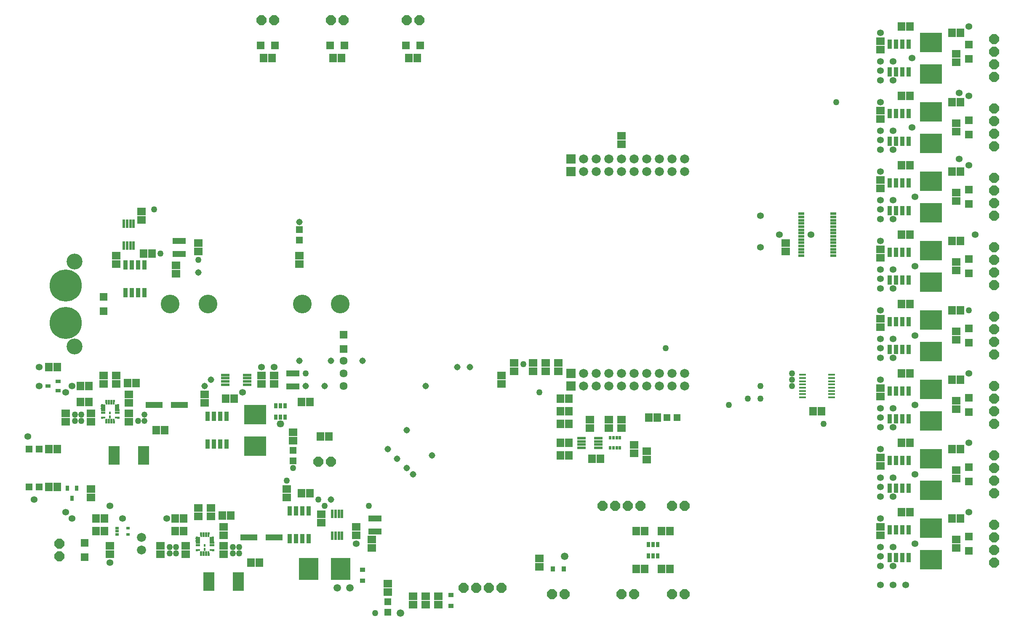
<source format=gts>
G75*
%MOIN*%
%OFA0B0*%
%FSLAX25Y25*%
%IPPOS*%
%LPD*%
%AMOC8*
5,1,8,0,0,1.08239X$1,22.5*
%
%ADD10R,0.02454X0.06509*%
%ADD11R,0.05524X0.05524*%
%ADD12OC8,0.07924*%
%ADD13C,0.00300*%
%ADD14R,0.02572X0.05131*%
%ADD15R,0.02769X0.03950*%
%ADD16R,0.06509X0.02454*%
%ADD17R,0.02178X0.02769*%
%ADD18R,0.06706X0.05918*%
%ADD19R,0.05918X0.06706*%
%ADD20R,0.13398X0.04737*%
%ADD21R,0.07099X0.01981*%
%ADD22C,0.07200*%
%ADD23C,0.12600*%
%ADD24C,0.25469*%
%ADD25R,0.08674X0.14580*%
%ADD26R,0.05315X0.01772*%
%ADD27R,0.04068X0.03280*%
%ADD28R,0.03280X0.04068*%
%ADD29R,0.03950X0.03162*%
%ADD30R,0.06312X0.05918*%
%ADD31R,0.03359X0.07690*%
%ADD32R,0.17500X0.15800*%
%ADD33R,0.07200X0.07200*%
%ADD34R,0.05918X0.06312*%
%ADD35R,0.15800X0.17500*%
%ADD36R,0.03162X0.01981*%
%ADD37C,0.14800*%
%ADD38R,0.03162X0.03950*%
%ADD39R,0.04737X0.01981*%
%ADD40C,0.05359*%
%ADD41C,0.05753*%
%ADD42C,0.04965*%
%ADD43C,0.05950*%
%ADD44C,0.05162*%
%ADD45C,0.06343*%
%ADD46C,0.04900*%
D10*
X0286848Y0747569D03*
X0289407Y0747569D03*
X0291966Y0747569D03*
X0294525Y0747569D03*
X0294525Y0764892D03*
X0291966Y0764892D03*
X0289407Y0764892D03*
X0286848Y0764892D03*
X0129525Y0977569D03*
X0126966Y0977569D03*
X0124407Y0977569D03*
X0121848Y0977569D03*
X0121848Y0994892D03*
X0124407Y0994892D03*
X0126966Y0994892D03*
X0129525Y0994892D03*
D11*
X0260686Y0990364D03*
X0260686Y0982097D03*
X0255686Y0815364D03*
X0255686Y0807097D03*
X0330686Y0695364D03*
X0330686Y0687097D03*
X0551552Y0841230D03*
X0559820Y0841230D03*
X0054820Y0816230D03*
X0046552Y0816230D03*
X0046552Y0786230D03*
X0054820Y0786230D03*
D12*
X0070686Y0741230D03*
X0070686Y0731230D03*
X0275686Y0806230D03*
X0285686Y0806230D03*
X0390686Y0706230D03*
X0400686Y0706230D03*
X0410686Y0706230D03*
X0420686Y0706230D03*
X0460686Y0701230D03*
X0470686Y0701230D03*
X0515686Y0701230D03*
X0525686Y0701230D03*
X0555686Y0701230D03*
X0565686Y0701230D03*
X0565686Y0771230D03*
X0555686Y0771230D03*
X0530686Y0771230D03*
X0520686Y0771230D03*
X0510686Y0771230D03*
X0500686Y0771230D03*
X0810686Y0781230D03*
X0810686Y0791230D03*
X0810686Y0801230D03*
X0810686Y0811230D03*
X0810686Y0836230D03*
X0810686Y0846230D03*
X0810686Y0856230D03*
X0810686Y0866230D03*
X0810686Y0891230D03*
X0810686Y0901230D03*
X0810686Y0911230D03*
X0810686Y0921230D03*
X0810686Y0946230D03*
X0810686Y0956230D03*
X0810686Y0966230D03*
X0810686Y0976230D03*
X0810686Y1001230D03*
X0810686Y1011230D03*
X0810686Y1021230D03*
X0810686Y1031230D03*
X0810686Y1056230D03*
X0810686Y1066230D03*
X0810686Y1076230D03*
X0810686Y1086230D03*
X0810686Y1111230D03*
X0810686Y1121230D03*
X0810686Y1131230D03*
X0810686Y1141230D03*
X0810686Y0756230D03*
X0810686Y0746230D03*
X0810686Y0736230D03*
X0810686Y0726230D03*
X0355686Y1156230D03*
X0345686Y1156230D03*
X0295686Y1156230D03*
X0285686Y1156230D03*
X0240686Y1156230D03*
X0230686Y1156230D03*
D13*
X0114300Y0855344D02*
X0112873Y0855364D01*
X0112873Y0852119D01*
X0114085Y0852113D01*
X0114300Y0855344D01*
X0114295Y0855262D02*
X0112873Y0855262D01*
X0112873Y0854964D02*
X0114275Y0854964D01*
X0114255Y0854665D02*
X0112873Y0854665D01*
X0112873Y0854367D02*
X0114235Y0854367D01*
X0114215Y0854068D02*
X0112873Y0854068D01*
X0112873Y0853770D02*
X0114195Y0853770D01*
X0114175Y0853471D02*
X0112873Y0853471D01*
X0112873Y0853173D02*
X0114155Y0853173D01*
X0114135Y0852874D02*
X0112873Y0852874D01*
X0112873Y0852576D02*
X0114115Y0852576D01*
X0114096Y0852277D02*
X0112873Y0852277D01*
X0112394Y0852277D02*
X0110966Y0852277D01*
X0110966Y0852119D02*
X0112394Y0852099D01*
X0112394Y0855344D01*
X0110966Y0855364D01*
X0110966Y0852119D01*
X0110966Y0852576D02*
X0112394Y0852576D01*
X0112394Y0852874D02*
X0110966Y0852874D01*
X0110966Y0853173D02*
X0112394Y0853173D01*
X0112394Y0853471D02*
X0110966Y0853471D01*
X0110966Y0853770D02*
X0112394Y0853770D01*
X0112394Y0854068D02*
X0110966Y0854068D01*
X0110966Y0854367D02*
X0112394Y0854367D01*
X0112394Y0854665D02*
X0110966Y0854665D01*
X0110966Y0854964D02*
X0112394Y0854964D01*
X0112394Y0855262D02*
X0110966Y0855262D01*
X0110404Y0855262D02*
X0108977Y0855262D01*
X0108977Y0855364D02*
X0108977Y0852119D01*
X0110404Y0852099D01*
X0110404Y0855344D01*
X0108977Y0855364D01*
X0108977Y0854964D02*
X0110404Y0854964D01*
X0110404Y0854665D02*
X0108977Y0854665D01*
X0108977Y0854367D02*
X0110404Y0854367D01*
X0110404Y0854068D02*
X0108977Y0854068D01*
X0108977Y0853770D02*
X0110404Y0853770D01*
X0110404Y0853471D02*
X0108977Y0853471D01*
X0108977Y0853173D02*
X0110404Y0853173D01*
X0110404Y0852874D02*
X0108977Y0852874D01*
X0108977Y0852576D02*
X0110404Y0852576D01*
X0110404Y0852277D02*
X0108977Y0852277D01*
X0108456Y0852277D02*
X0107243Y0852277D01*
X0107253Y0852144D02*
X0108456Y0852099D01*
X0108456Y0855344D01*
X0107029Y0855364D01*
X0107253Y0852144D01*
X0107223Y0852576D02*
X0108456Y0852576D01*
X0108456Y0852874D02*
X0107202Y0852874D01*
X0107181Y0853173D02*
X0108456Y0853173D01*
X0108456Y0853471D02*
X0107160Y0853471D01*
X0107140Y0853770D02*
X0108456Y0853770D01*
X0108456Y0854068D02*
X0107119Y0854068D01*
X0107098Y0854367D02*
X0108456Y0854367D01*
X0108456Y0854665D02*
X0107077Y0854665D01*
X0107057Y0854964D02*
X0108456Y0854964D01*
X0108456Y0855262D02*
X0107036Y0855262D01*
X0106800Y0851597D02*
X0106780Y0850443D01*
X0103535Y0850443D01*
X0103555Y0851870D01*
X0106800Y0851597D01*
X0106796Y0851382D02*
X0103548Y0851382D01*
X0103552Y0851680D02*
X0105809Y0851680D01*
X0106791Y0851083D02*
X0103544Y0851083D01*
X0103539Y0850785D02*
X0106786Y0850785D01*
X0106781Y0850486D02*
X0103535Y0850486D01*
X0103554Y0849903D02*
X0103534Y0848476D01*
X0106780Y0848476D01*
X0106799Y0849903D01*
X0103554Y0849903D01*
X0103554Y0849889D02*
X0106799Y0849889D01*
X0106795Y0849591D02*
X0103550Y0849591D01*
X0103545Y0849292D02*
X0106791Y0849292D01*
X0106787Y0848994D02*
X0103541Y0848994D01*
X0103537Y0848695D02*
X0106783Y0848695D01*
X0106841Y0847936D02*
X0106821Y0846509D01*
X0103575Y0846509D01*
X0103595Y0847936D01*
X0106841Y0847936D01*
X0106839Y0847800D02*
X0103593Y0847800D01*
X0103589Y0847501D02*
X0106835Y0847501D01*
X0106830Y0847203D02*
X0103585Y0847203D01*
X0103581Y0846904D02*
X0106826Y0846904D01*
X0106822Y0846606D02*
X0103577Y0846606D01*
X0103576Y0845949D02*
X0103556Y0844521D01*
X0106801Y0844521D01*
X0106821Y0845949D01*
X0103576Y0845949D01*
X0103572Y0845710D02*
X0106818Y0845710D01*
X0106813Y0845412D02*
X0103568Y0845412D01*
X0103564Y0845113D02*
X0106809Y0845113D01*
X0106805Y0844815D02*
X0103560Y0844815D01*
X0103596Y0842036D02*
X0103576Y0840609D01*
X0106821Y0840882D01*
X0106841Y0842036D01*
X0103596Y0842036D01*
X0103593Y0841829D02*
X0106837Y0841829D01*
X0106832Y0841531D02*
X0103588Y0841531D01*
X0103584Y0841232D02*
X0106827Y0841232D01*
X0106822Y0840934D02*
X0103580Y0840934D01*
X0103576Y0840635D02*
X0103894Y0840635D01*
X0107206Y0840333D02*
X0107031Y0837113D01*
X0108459Y0837093D01*
X0108459Y0840338D01*
X0107206Y0840333D01*
X0107190Y0840038D02*
X0108459Y0840038D01*
X0108459Y0839740D02*
X0107174Y0839740D01*
X0107157Y0839441D02*
X0108459Y0839441D01*
X0108459Y0839143D02*
X0107141Y0839143D01*
X0107125Y0838844D02*
X0108459Y0838844D01*
X0108459Y0838546D02*
X0107109Y0838546D01*
X0107093Y0838247D02*
X0108459Y0838247D01*
X0108459Y0837949D02*
X0107077Y0837949D01*
X0107061Y0837650D02*
X0108459Y0837650D01*
X0108459Y0837352D02*
X0107044Y0837352D01*
X0108984Y0837352D02*
X0110411Y0837352D01*
X0110411Y0837103D02*
X0108984Y0837123D01*
X0108984Y0840369D01*
X0110411Y0840349D01*
X0110411Y0837103D01*
X0110411Y0837650D02*
X0108984Y0837650D01*
X0108984Y0837949D02*
X0110411Y0837949D01*
X0110411Y0838247D02*
X0108984Y0838247D01*
X0108984Y0838546D02*
X0110411Y0838546D01*
X0110411Y0838844D02*
X0108984Y0838844D01*
X0108984Y0839143D02*
X0110411Y0839143D01*
X0110411Y0839441D02*
X0108984Y0839441D01*
X0108984Y0839740D02*
X0110411Y0839740D01*
X0110411Y0840038D02*
X0108984Y0840038D01*
X0108984Y0840337D02*
X0110411Y0840337D01*
X0110987Y0840337D02*
X0112414Y0840337D01*
X0112414Y0840375D02*
X0110987Y0840395D01*
X0110987Y0837150D01*
X0112414Y0837130D01*
X0112414Y0840375D01*
X0112414Y0840038D02*
X0110987Y0840038D01*
X0110987Y0839740D02*
X0112414Y0839740D01*
X0112414Y0839441D02*
X0110987Y0839441D01*
X0110987Y0839143D02*
X0112414Y0839143D01*
X0112414Y0838844D02*
X0110987Y0838844D01*
X0110987Y0838546D02*
X0112414Y0838546D01*
X0112414Y0838247D02*
X0110987Y0838247D01*
X0110987Y0837949D02*
X0112414Y0837949D01*
X0112414Y0837650D02*
X0110987Y0837650D01*
X0110987Y0837352D02*
X0112414Y0837352D01*
X0112928Y0837352D02*
X0114338Y0837352D01*
X0114355Y0837111D02*
X0112928Y0837131D01*
X0112928Y0840377D01*
X0114125Y0840357D01*
X0114355Y0837111D01*
X0114317Y0837650D02*
X0112928Y0837650D01*
X0112928Y0837949D02*
X0114295Y0837949D01*
X0114274Y0838247D02*
X0112928Y0838247D01*
X0112928Y0838546D02*
X0114253Y0838546D01*
X0114232Y0838844D02*
X0112928Y0838844D01*
X0112928Y0839143D02*
X0114211Y0839143D01*
X0114190Y0839441D02*
X0112928Y0839441D01*
X0112928Y0839740D02*
X0114169Y0839740D01*
X0114147Y0840038D02*
X0112928Y0840038D01*
X0112928Y0840337D02*
X0114126Y0840337D01*
X0114656Y0840846D02*
X0117887Y0840616D01*
X0117907Y0842043D01*
X0114661Y0842043D01*
X0114656Y0840846D01*
X0114656Y0840934D02*
X0117891Y0840934D01*
X0117896Y0841232D02*
X0114658Y0841232D01*
X0114659Y0841531D02*
X0117900Y0841531D01*
X0117904Y0841829D02*
X0114660Y0841829D01*
X0114665Y0844541D02*
X0117911Y0844541D01*
X0117931Y0845969D01*
X0114685Y0845969D01*
X0114665Y0844541D01*
X0114669Y0844815D02*
X0117914Y0844815D01*
X0117919Y0845113D02*
X0114673Y0845113D01*
X0114677Y0845412D02*
X0117923Y0845412D01*
X0117927Y0845710D02*
X0114681Y0845710D01*
X0114652Y0846499D02*
X0117898Y0846499D01*
X0117918Y0847926D01*
X0114672Y0847926D01*
X0114652Y0846499D01*
X0114654Y0846606D02*
X0117899Y0846606D01*
X0117903Y0846904D02*
X0114658Y0846904D01*
X0114662Y0847203D02*
X0117907Y0847203D01*
X0117912Y0847501D02*
X0114666Y0847501D01*
X0114670Y0847800D02*
X0117916Y0847800D01*
X0117809Y0848467D02*
X0117829Y0849894D01*
X0114584Y0849894D01*
X0114564Y0848467D01*
X0117809Y0848467D01*
X0117813Y0848695D02*
X0114567Y0848695D01*
X0114571Y0848994D02*
X0117817Y0848994D01*
X0117821Y0849292D02*
X0114576Y0849292D01*
X0114580Y0849591D02*
X0117825Y0849591D01*
X0117829Y0849889D02*
X0114584Y0849889D01*
X0114573Y0850458D02*
X0117819Y0850458D01*
X0117839Y0851885D01*
X0114593Y0851712D01*
X0114573Y0850458D01*
X0114574Y0850486D02*
X0117819Y0850486D01*
X0117823Y0850785D02*
X0114579Y0850785D01*
X0114583Y0851083D02*
X0117828Y0851083D01*
X0117832Y0851382D02*
X0114588Y0851382D01*
X0114593Y0851680D02*
X0117836Y0851680D01*
X0111094Y0845889D02*
X0111094Y0844168D01*
X0110137Y0844168D01*
X0110137Y0844268D01*
X0110171Y0844268D01*
X0110154Y0844226D01*
X0110154Y0845889D01*
X0111094Y0845889D01*
X0111094Y0845710D02*
X0110154Y0845710D01*
X0110154Y0845412D02*
X0111094Y0845412D01*
X0111094Y0845113D02*
X0110154Y0845113D01*
X0110154Y0844815D02*
X0111094Y0844815D01*
X0111094Y0844516D02*
X0110154Y0844516D01*
X0110137Y0844218D02*
X0111094Y0844218D01*
X0111144Y0842854D02*
X0111144Y0841133D01*
X0110187Y0841133D01*
X0110187Y0841233D01*
X0110221Y0841233D01*
X0110204Y0841191D01*
X0110204Y0842854D01*
X0111144Y0842854D01*
X0111144Y0842725D02*
X0110204Y0842725D01*
X0110204Y0842426D02*
X0111144Y0842426D01*
X0111144Y0842128D02*
X0110204Y0842128D01*
X0110204Y0841829D02*
X0111144Y0841829D01*
X0111144Y0841531D02*
X0110204Y0841531D01*
X0110187Y0841232D02*
X0110204Y0841232D01*
X0110221Y0841232D02*
X0111144Y0841232D01*
X0108459Y0840337D02*
X0108133Y0840337D01*
X0117617Y0840635D02*
X0117887Y0840635D01*
X0182029Y0750364D02*
X0182253Y0747144D01*
X0183456Y0747099D01*
X0183456Y0750344D01*
X0182029Y0750364D01*
X0182041Y0750186D02*
X0183456Y0750186D01*
X0183456Y0749888D02*
X0182062Y0749888D01*
X0182083Y0749589D02*
X0183456Y0749589D01*
X0183456Y0749291D02*
X0182103Y0749291D01*
X0182124Y0748992D02*
X0183456Y0748992D01*
X0183456Y0748694D02*
X0182145Y0748694D01*
X0182166Y0748395D02*
X0183456Y0748395D01*
X0183456Y0748097D02*
X0182186Y0748097D01*
X0182207Y0747798D02*
X0183456Y0747798D01*
X0183456Y0747500D02*
X0182228Y0747500D01*
X0182249Y0747201D02*
X0183456Y0747201D01*
X0183977Y0747201D02*
X0185404Y0747201D01*
X0185404Y0747099D02*
X0183977Y0747119D01*
X0183977Y0750364D01*
X0185404Y0750344D01*
X0185404Y0747099D01*
X0185404Y0747500D02*
X0183977Y0747500D01*
X0183977Y0747798D02*
X0185404Y0747798D01*
X0185404Y0748097D02*
X0183977Y0748097D01*
X0183977Y0748395D02*
X0185404Y0748395D01*
X0185404Y0748694D02*
X0183977Y0748694D01*
X0183977Y0748992D02*
X0185404Y0748992D01*
X0185404Y0749291D02*
X0183977Y0749291D01*
X0183977Y0749589D02*
X0185404Y0749589D01*
X0185404Y0749888D02*
X0183977Y0749888D01*
X0183977Y0750186D02*
X0185404Y0750186D01*
X0185966Y0750186D02*
X0187394Y0750186D01*
X0187394Y0750344D02*
X0185966Y0750364D01*
X0185966Y0747119D01*
X0187394Y0747099D01*
X0187394Y0750344D01*
X0187394Y0749888D02*
X0185966Y0749888D01*
X0185966Y0749589D02*
X0187394Y0749589D01*
X0187394Y0749291D02*
X0185966Y0749291D01*
X0185966Y0748992D02*
X0187394Y0748992D01*
X0187394Y0748694D02*
X0185966Y0748694D01*
X0185966Y0748395D02*
X0187394Y0748395D01*
X0187394Y0748097D02*
X0185966Y0748097D01*
X0185966Y0747798D02*
X0187394Y0747798D01*
X0187394Y0747500D02*
X0185966Y0747500D01*
X0185966Y0747201D02*
X0187394Y0747201D01*
X0187873Y0747201D02*
X0189090Y0747201D01*
X0189085Y0747113D02*
X0187873Y0747119D01*
X0187873Y0750364D01*
X0189300Y0750344D01*
X0189085Y0747113D01*
X0189110Y0747500D02*
X0187873Y0747500D01*
X0187873Y0747798D02*
X0189130Y0747798D01*
X0189150Y0748097D02*
X0187873Y0748097D01*
X0187873Y0748395D02*
X0189170Y0748395D01*
X0189190Y0748694D02*
X0187873Y0748694D01*
X0187873Y0748992D02*
X0189210Y0748992D01*
X0189230Y0749291D02*
X0187873Y0749291D01*
X0187873Y0749589D02*
X0189250Y0749589D01*
X0189270Y0749888D02*
X0187873Y0749888D01*
X0187873Y0750186D02*
X0189290Y0750186D01*
X0189593Y0746712D02*
X0189573Y0745458D01*
X0192819Y0745458D01*
X0192839Y0746885D01*
X0189593Y0746712D01*
X0189592Y0746604D02*
X0192835Y0746604D01*
X0192831Y0746306D02*
X0189587Y0746306D01*
X0189582Y0746007D02*
X0192827Y0746007D01*
X0192822Y0745709D02*
X0189577Y0745709D01*
X0189584Y0744894D02*
X0189564Y0743467D01*
X0192809Y0743467D01*
X0192829Y0744894D01*
X0189584Y0744894D01*
X0189583Y0744813D02*
X0192828Y0744813D01*
X0192824Y0744515D02*
X0189579Y0744515D01*
X0189574Y0744216D02*
X0192820Y0744216D01*
X0192816Y0743918D02*
X0189570Y0743918D01*
X0189566Y0743619D02*
X0192812Y0743619D01*
X0192918Y0742926D02*
X0192898Y0741499D01*
X0189652Y0741499D01*
X0189672Y0742926D01*
X0192918Y0742926D01*
X0192915Y0742724D02*
X0189669Y0742724D01*
X0189665Y0742425D02*
X0192910Y0742425D01*
X0192906Y0742127D02*
X0189661Y0742127D01*
X0189657Y0741828D02*
X0192902Y0741828D01*
X0192898Y0741530D02*
X0189652Y0741530D01*
X0189685Y0740969D02*
X0189665Y0739541D01*
X0192911Y0739541D01*
X0192931Y0740969D01*
X0189685Y0740969D01*
X0189685Y0740933D02*
X0192930Y0740933D01*
X0192926Y0740634D02*
X0189680Y0740634D01*
X0189676Y0740336D02*
X0192922Y0740336D01*
X0192918Y0740037D02*
X0189672Y0740037D01*
X0189668Y0739739D02*
X0192913Y0739739D01*
X0192907Y0737043D02*
X0192887Y0735616D01*
X0189656Y0735846D01*
X0189661Y0737043D01*
X0192907Y0737043D01*
X0192903Y0736753D02*
X0189660Y0736753D01*
X0189659Y0736455D02*
X0192899Y0736455D01*
X0192895Y0736156D02*
X0189657Y0736156D01*
X0189656Y0735858D02*
X0192890Y0735858D01*
X0189125Y0735357D02*
X0187928Y0735377D01*
X0187928Y0732131D01*
X0189355Y0732111D01*
X0189125Y0735357D01*
X0189132Y0735261D02*
X0187928Y0735261D01*
X0187928Y0734962D02*
X0189153Y0734962D01*
X0189174Y0734664D02*
X0187928Y0734664D01*
X0187928Y0734365D02*
X0189195Y0734365D01*
X0189216Y0734067D02*
X0187928Y0734067D01*
X0187928Y0733768D02*
X0189237Y0733768D01*
X0189259Y0733470D02*
X0187928Y0733470D01*
X0187928Y0733171D02*
X0189280Y0733171D01*
X0189301Y0732873D02*
X0187928Y0732873D01*
X0187928Y0732574D02*
X0189322Y0732574D01*
X0189343Y0732276D02*
X0187928Y0732276D01*
X0187414Y0732276D02*
X0185987Y0732276D01*
X0185987Y0732150D02*
X0187414Y0732130D01*
X0187414Y0735375D01*
X0185987Y0735395D01*
X0185987Y0732150D01*
X0185987Y0732574D02*
X0187414Y0732574D01*
X0187414Y0732873D02*
X0185987Y0732873D01*
X0185987Y0733171D02*
X0187414Y0733171D01*
X0187414Y0733470D02*
X0185987Y0733470D01*
X0185987Y0733768D02*
X0187414Y0733768D01*
X0187414Y0734067D02*
X0185987Y0734067D01*
X0185987Y0734365D02*
X0187414Y0734365D01*
X0187414Y0734664D02*
X0185987Y0734664D01*
X0185987Y0734962D02*
X0187414Y0734962D01*
X0187414Y0735261D02*
X0185987Y0735261D01*
X0185411Y0735261D02*
X0183984Y0735261D01*
X0183984Y0735369D02*
X0183984Y0732123D01*
X0185411Y0732103D01*
X0185411Y0735349D01*
X0183984Y0735369D01*
X0183984Y0734962D02*
X0185411Y0734962D01*
X0185411Y0734664D02*
X0183984Y0734664D01*
X0183984Y0734365D02*
X0185411Y0734365D01*
X0185411Y0734067D02*
X0183984Y0734067D01*
X0183984Y0733768D02*
X0185411Y0733768D01*
X0185411Y0733470D02*
X0183984Y0733470D01*
X0183984Y0733171D02*
X0185411Y0733171D01*
X0185411Y0732873D02*
X0183984Y0732873D01*
X0183984Y0732574D02*
X0185411Y0732574D01*
X0185411Y0732276D02*
X0183984Y0732276D01*
X0183459Y0732276D02*
X0182040Y0732276D01*
X0182031Y0732113D02*
X0183459Y0732093D01*
X0183459Y0735338D01*
X0182206Y0735333D01*
X0182031Y0732113D01*
X0182056Y0732574D02*
X0183459Y0732574D01*
X0183459Y0732873D02*
X0182073Y0732873D01*
X0182089Y0733171D02*
X0183459Y0733171D01*
X0183459Y0733470D02*
X0182105Y0733470D01*
X0182121Y0733768D02*
X0183459Y0733768D01*
X0183459Y0734067D02*
X0182137Y0734067D01*
X0182153Y0734365D02*
X0183459Y0734365D01*
X0183459Y0734664D02*
X0182169Y0734664D01*
X0182186Y0734962D02*
X0183459Y0734962D01*
X0183459Y0735261D02*
X0182202Y0735261D01*
X0181821Y0735882D02*
X0181841Y0737036D01*
X0178596Y0737036D01*
X0178576Y0735609D01*
X0181821Y0735882D01*
X0181826Y0736156D02*
X0178583Y0736156D01*
X0178579Y0735858D02*
X0181537Y0735858D01*
X0181831Y0736455D02*
X0178587Y0736455D01*
X0178592Y0736753D02*
X0181836Y0736753D01*
X0181801Y0739521D02*
X0181821Y0740949D01*
X0178576Y0740949D01*
X0178556Y0739521D01*
X0181801Y0739521D01*
X0181804Y0739739D02*
X0178559Y0739739D01*
X0178563Y0740037D02*
X0181808Y0740037D01*
X0181812Y0740336D02*
X0178567Y0740336D01*
X0178571Y0740634D02*
X0181817Y0740634D01*
X0181821Y0740933D02*
X0178575Y0740933D01*
X0178575Y0741509D02*
X0181821Y0741509D01*
X0181841Y0742936D01*
X0178595Y0742936D01*
X0178575Y0741509D01*
X0178576Y0741530D02*
X0181821Y0741530D01*
X0181825Y0741828D02*
X0178580Y0741828D01*
X0178584Y0742127D02*
X0181829Y0742127D01*
X0181834Y0742425D02*
X0178588Y0742425D01*
X0178592Y0742724D02*
X0181838Y0742724D01*
X0181780Y0743476D02*
X0181799Y0744903D01*
X0178554Y0744903D01*
X0178534Y0743476D01*
X0181780Y0743476D01*
X0181782Y0743619D02*
X0178536Y0743619D01*
X0178540Y0743918D02*
X0181786Y0743918D01*
X0181790Y0744216D02*
X0178544Y0744216D01*
X0178549Y0744515D02*
X0181794Y0744515D01*
X0181798Y0744813D02*
X0178553Y0744813D01*
X0178535Y0745443D02*
X0181780Y0745443D01*
X0181800Y0746597D01*
X0178555Y0746870D01*
X0178535Y0745443D01*
X0178538Y0745709D02*
X0181785Y0745709D01*
X0181790Y0746007D02*
X0178542Y0746007D01*
X0178547Y0746306D02*
X0181795Y0746306D01*
X0181711Y0746604D02*
X0178551Y0746604D01*
X0185154Y0740889D02*
X0186094Y0740889D01*
X0186094Y0739168D01*
X0185137Y0739168D01*
X0185137Y0739268D01*
X0185171Y0739268D01*
X0185154Y0739226D01*
X0185154Y0740889D01*
X0185154Y0740634D02*
X0186094Y0740634D01*
X0186094Y0740336D02*
X0185154Y0740336D01*
X0185154Y0740037D02*
X0186094Y0740037D01*
X0186094Y0739739D02*
X0185154Y0739739D01*
X0185154Y0739440D02*
X0186094Y0739440D01*
X0186144Y0737854D02*
X0186144Y0736133D01*
X0185187Y0736133D01*
X0185187Y0736233D01*
X0185221Y0736233D01*
X0185204Y0736191D01*
X0185204Y0737854D01*
X0186144Y0737854D01*
X0186144Y0737649D02*
X0185204Y0737649D01*
X0185204Y0737351D02*
X0186144Y0737351D01*
X0186144Y0737052D02*
X0185204Y0737052D01*
X0185204Y0736753D02*
X0186144Y0736753D01*
X0186144Y0736455D02*
X0185204Y0736455D01*
X0185187Y0736156D02*
X0186144Y0736156D01*
D14*
X0251848Y0866112D03*
X0254407Y0866112D03*
X0256966Y0866112D03*
X0259525Y0866112D03*
X0259525Y0876348D03*
X0256966Y0876348D03*
X0254407Y0876348D03*
X0251848Y0876348D03*
X0169525Y0971112D03*
X0166966Y0971112D03*
X0164407Y0971112D03*
X0161848Y0971112D03*
X0161848Y0981348D03*
X0164407Y0981348D03*
X0166966Y0981348D03*
X0169525Y0981348D03*
X0316848Y0761348D03*
X0319407Y0761348D03*
X0321966Y0761348D03*
X0324525Y0761348D03*
X0324525Y0751112D03*
X0321966Y0751112D03*
X0319407Y0751112D03*
X0316848Y0751112D03*
D15*
X0249426Y0841703D03*
X0245686Y0841703D03*
X0241946Y0841703D03*
X0241946Y0850758D03*
X0245686Y0850758D03*
X0249426Y0850758D03*
X0536946Y0740758D03*
X0540686Y0740758D03*
X0544426Y0740758D03*
X0544426Y0731703D03*
X0540686Y0731703D03*
X0536946Y0731703D03*
D16*
X0219348Y0867392D03*
X0219348Y0869951D03*
X0219348Y0872510D03*
X0219348Y0875069D03*
X0202025Y0875069D03*
X0202025Y0872510D03*
X0202025Y0869951D03*
X0202025Y0867392D03*
D17*
X0506848Y0825266D03*
X0509407Y0825266D03*
X0511966Y0825266D03*
X0514525Y0825266D03*
X0514525Y0817195D03*
X0511966Y0817195D03*
X0509407Y0817195D03*
X0506848Y0817195D03*
D18*
X0505686Y0832884D03*
X0505686Y0839577D03*
X0515686Y0839577D03*
X0515686Y0832884D03*
X0525686Y0819577D03*
X0525686Y0812884D03*
X0535686Y0814577D03*
X0535686Y0807884D03*
X0490686Y0832884D03*
X0490686Y0839577D03*
X0465686Y0877884D03*
X0465686Y0884577D03*
X0455686Y0884577D03*
X0455686Y0877884D03*
X0445686Y0877884D03*
X0445686Y0884577D03*
X0430686Y0884577D03*
X0430686Y0877884D03*
X0420686Y0874577D03*
X0420686Y0867884D03*
X0318186Y0744577D03*
X0318186Y0737884D03*
X0305686Y0747884D03*
X0305686Y0754577D03*
X0278186Y0757884D03*
X0278186Y0764577D03*
X0250686Y0777884D03*
X0250686Y0784577D03*
X0255686Y0822884D03*
X0255686Y0829577D03*
X0240686Y0867884D03*
X0240686Y0874577D03*
X0230686Y0874577D03*
X0230686Y0867884D03*
X0185686Y0859577D03*
X0185686Y0852884D03*
X0125686Y0852884D03*
X0125686Y0859577D03*
X0115686Y0867884D03*
X0115686Y0874577D03*
X0105686Y0874577D03*
X0105686Y0867884D03*
X0095686Y0844577D03*
X0095686Y0837884D03*
X0075686Y0837884D03*
X0075686Y0844577D03*
X0125686Y0844577D03*
X0125686Y0837884D03*
X0095686Y0784577D03*
X0095686Y0777884D03*
X0110686Y0739577D03*
X0110686Y0732884D03*
X0150686Y0732884D03*
X0150686Y0739577D03*
X0170686Y0739577D03*
X0170686Y0732884D03*
X0180686Y0762884D03*
X0180686Y0769577D03*
X0190686Y0769577D03*
X0190686Y0762884D03*
X0200686Y0754577D03*
X0200686Y0747884D03*
X0200686Y0739577D03*
X0200686Y0732884D03*
X0330686Y0709577D03*
X0330686Y0702884D03*
X0350686Y0699577D03*
X0350686Y0692884D03*
X0360686Y0692884D03*
X0360686Y0699577D03*
X0370686Y0699577D03*
X0370686Y0692884D03*
X0450686Y0722884D03*
X0450686Y0729577D03*
X0260686Y0962884D03*
X0260686Y0969577D03*
X0180686Y0972884D03*
X0180686Y0979577D03*
X0163186Y0962077D03*
X0163186Y0955384D03*
X0135686Y0997884D03*
X0135686Y1004577D03*
X0115686Y0969577D03*
X0115686Y0962884D03*
X0515686Y1057884D03*
X0515686Y1064577D03*
X0645686Y0979577D03*
X0645686Y0972884D03*
X0720686Y0974577D03*
X0720686Y0967884D03*
X0720686Y0919577D03*
X0720686Y0912884D03*
X0720686Y0864577D03*
X0720686Y0857884D03*
X0720686Y0809577D03*
X0720686Y0802884D03*
X0720686Y0754577D03*
X0720686Y0747884D03*
X0780686Y0744577D03*
X0780686Y0737884D03*
X0780686Y0792884D03*
X0780686Y0799577D03*
X0780686Y0847884D03*
X0780686Y0854577D03*
X0780686Y0902884D03*
X0780686Y0909577D03*
X0780686Y0957884D03*
X0780686Y0964577D03*
X0780686Y1012884D03*
X0780686Y1019577D03*
X0780686Y1067884D03*
X0780686Y1074577D03*
X0780686Y1122884D03*
X0780686Y1129577D03*
X0720686Y1132884D03*
X0720686Y1139577D03*
X0720686Y1084577D03*
X0720686Y1077884D03*
X0720686Y1029577D03*
X0720686Y1022884D03*
D19*
X0737340Y1041230D03*
X0744033Y1041230D03*
X0777340Y1036230D03*
X0784033Y1036230D03*
X0744033Y0986230D03*
X0737340Y0986230D03*
X0777340Y0981230D03*
X0784033Y0981230D03*
X0784033Y0926230D03*
X0777340Y0926230D03*
X0744033Y0931230D03*
X0737340Y0931230D03*
X0737340Y0876230D03*
X0744033Y0876230D03*
X0777340Y0871230D03*
X0784033Y0871230D03*
X0784033Y0816230D03*
X0777340Y0816230D03*
X0744033Y0821230D03*
X0737340Y0821230D03*
X0737340Y0766230D03*
X0744033Y0766230D03*
X0777340Y0761230D03*
X0784033Y0761230D03*
X0674033Y0846230D03*
X0667340Y0846230D03*
X0554033Y0751230D03*
X0547340Y0751230D03*
X0534033Y0751230D03*
X0527340Y0751230D03*
X0527340Y0721230D03*
X0534033Y0721230D03*
X0547340Y0721230D03*
X0554033Y0721230D03*
X0499033Y0808730D03*
X0492340Y0808730D03*
X0474033Y0811230D03*
X0467340Y0811230D03*
X0467340Y0821230D03*
X0474033Y0821230D03*
X0474033Y0836230D03*
X0467340Y0836230D03*
X0467340Y0846230D03*
X0474033Y0846230D03*
X0474033Y0856230D03*
X0467340Y0856230D03*
X0537340Y0841230D03*
X0544033Y0841230D03*
X0737340Y1096230D03*
X0744033Y1096230D03*
X0777340Y1091230D03*
X0784033Y1091230D03*
X0784033Y1146230D03*
X0777340Y1146230D03*
X0744033Y1151230D03*
X0737340Y1151230D03*
X0354033Y1126230D03*
X0347340Y1126230D03*
X0294033Y1126230D03*
X0287340Y1126230D03*
X0239033Y1126230D03*
X0232340Y1126230D03*
X0144033Y0971230D03*
X0137340Y0971230D03*
X0069033Y0881230D03*
X0062340Y0881230D03*
X0087340Y0866230D03*
X0094033Y0866230D03*
X0094033Y0853730D03*
X0087340Y0853730D03*
X0124840Y0868730D03*
X0131533Y0868730D03*
X0147340Y0831230D03*
X0154033Y0831230D03*
X0202340Y0856230D03*
X0209033Y0856230D03*
X0262340Y0853730D03*
X0269033Y0853730D03*
X0277340Y0826230D03*
X0284033Y0826230D03*
X0269033Y0781230D03*
X0262340Y0781230D03*
X0206533Y0763730D03*
X0199840Y0763730D03*
X0169033Y0761230D03*
X0162340Y0761230D03*
X0162340Y0751230D03*
X0169033Y0751230D03*
X0222340Y0726230D03*
X0229033Y0726230D03*
X0106533Y0751230D03*
X0099840Y0751230D03*
X0099840Y0761230D03*
X0106533Y0761230D03*
X0069033Y0786230D03*
X0062340Y0786230D03*
X0062340Y0816230D03*
X0069033Y0816230D03*
D20*
X0145726Y0851230D03*
X0165726Y0851230D03*
X0220726Y0746230D03*
X0240726Y0746230D03*
D21*
X0483993Y0817392D03*
X0483993Y0819892D03*
X0483993Y0822392D03*
X0483993Y0824892D03*
X0497379Y0824892D03*
X0497379Y0822392D03*
X0497379Y0819892D03*
X0497379Y0817392D03*
D22*
X0495686Y0866230D03*
X0485686Y0866230D03*
X0485686Y0876230D03*
X0495686Y0876230D03*
X0505686Y0876230D03*
X0505686Y0866230D03*
X0515686Y0866230D03*
X0525686Y0866230D03*
X0535686Y0866230D03*
X0545686Y0866230D03*
X0555686Y0866230D03*
X0565686Y0866230D03*
X0565686Y0876230D03*
X0555686Y0876230D03*
X0545686Y0876230D03*
X0535686Y0876230D03*
X0525686Y0876230D03*
X0515686Y0876230D03*
X0515686Y1036230D03*
X0505686Y1036230D03*
X0495686Y1036230D03*
X0485686Y1036230D03*
X0485686Y1046230D03*
X0495686Y1046230D03*
X0505686Y1046230D03*
X0515686Y1046230D03*
X0525686Y1046230D03*
X0525686Y1036230D03*
X0535686Y1036230D03*
X0545686Y1036230D03*
X0555686Y1036230D03*
X0565686Y1036230D03*
X0565686Y1046230D03*
X0555686Y1046230D03*
X0545686Y1046230D03*
X0535686Y1046230D03*
X0135686Y0746230D03*
X0135686Y0736230D03*
D23*
X0082786Y0897630D03*
X0082786Y0964830D03*
D24*
X0075686Y0945980D03*
X0075686Y0916480D03*
D25*
X0114072Y0811230D03*
X0137301Y0811230D03*
X0189072Y0711230D03*
X0212301Y0711230D03*
D26*
X0659171Y0857274D03*
X0659171Y0859833D03*
X0659171Y0862392D03*
X0659171Y0864951D03*
X0659171Y0867510D03*
X0659171Y0870069D03*
X0659171Y0872628D03*
X0659171Y0875187D03*
X0682202Y0875187D03*
X0682202Y0872628D03*
X0682202Y0870069D03*
X0682202Y0867510D03*
X0682202Y0864951D03*
X0682202Y0862392D03*
X0682202Y0859833D03*
X0682202Y0857274D03*
D27*
X0380686Y0700620D03*
X0380686Y0691841D03*
X0310686Y0711841D03*
X0310686Y0720620D03*
D28*
X0461297Y0721230D03*
X0470076Y0721230D03*
D29*
X0069623Y0862490D03*
X0069623Y0869971D03*
X0061749Y0866230D03*
D30*
X0105686Y0925522D03*
X0105686Y0936939D03*
X0090686Y0741939D03*
X0090686Y0730522D03*
X0295686Y0895522D03*
X0295686Y0906939D03*
X0790686Y0911939D03*
X0790686Y0900522D03*
X0790686Y0856939D03*
X0790686Y0845522D03*
X0790686Y0801939D03*
X0790686Y0790522D03*
X0790686Y0746939D03*
X0790686Y0735522D03*
X0790686Y0955522D03*
X0790686Y0966939D03*
X0790686Y1010522D03*
X0790686Y1021939D03*
X0790686Y1065522D03*
X0790686Y1076939D03*
X0790686Y1125522D03*
X0790686Y1136939D03*
D31*
X0743186Y1137254D03*
X0738186Y1137254D03*
X0733186Y1137254D03*
X0728186Y1137254D03*
X0728186Y1115207D03*
X0733186Y1115207D03*
X0738186Y1115207D03*
X0743186Y1115207D03*
X0743186Y1082254D03*
X0738186Y1082254D03*
X0733186Y1082254D03*
X0728186Y1082254D03*
X0728186Y1060207D03*
X0733186Y1060207D03*
X0738186Y1060207D03*
X0743186Y1060207D03*
X0743186Y1027254D03*
X0738186Y1027254D03*
X0733186Y1027254D03*
X0728186Y1027254D03*
X0728186Y1005207D03*
X0733186Y1005207D03*
X0738186Y1005207D03*
X0743186Y1005207D03*
X0743186Y0972254D03*
X0738186Y0972254D03*
X0733186Y0972254D03*
X0728186Y0972254D03*
X0728186Y0950207D03*
X0733186Y0950207D03*
X0738186Y0950207D03*
X0743186Y0950207D03*
X0743186Y0917254D03*
X0738186Y0917254D03*
X0733186Y0917254D03*
X0728186Y0917254D03*
X0728186Y0895207D03*
X0733186Y0895207D03*
X0738186Y0895207D03*
X0743186Y0895207D03*
X0743186Y0862254D03*
X0738186Y0862254D03*
X0733186Y0862254D03*
X0728186Y0862254D03*
X0728186Y0840207D03*
X0733186Y0840207D03*
X0738186Y0840207D03*
X0743186Y0840207D03*
X0743186Y0807254D03*
X0738186Y0807254D03*
X0733186Y0807254D03*
X0728186Y0807254D03*
X0728186Y0785207D03*
X0733186Y0785207D03*
X0738186Y0785207D03*
X0743186Y0785207D03*
X0743186Y0752254D03*
X0738186Y0752254D03*
X0733186Y0752254D03*
X0728186Y0752254D03*
X0728186Y0730207D03*
X0733186Y0730207D03*
X0738186Y0730207D03*
X0743186Y0730207D03*
X0268186Y0745207D03*
X0263186Y0745207D03*
X0258186Y0745207D03*
X0253186Y0745207D03*
X0253186Y0767254D03*
X0258186Y0767254D03*
X0263186Y0767254D03*
X0268186Y0767254D03*
X0203186Y0820207D03*
X0198186Y0820207D03*
X0193186Y0820207D03*
X0188186Y0820207D03*
X0188186Y0842254D03*
X0193186Y0842254D03*
X0198186Y0842254D03*
X0203186Y0842254D03*
X0138186Y0940207D03*
X0133186Y0940207D03*
X0128186Y0940207D03*
X0123186Y0940207D03*
X0123186Y0962254D03*
X0128186Y0962254D03*
X0133186Y0962254D03*
X0138186Y0962254D03*
D32*
X0225686Y0843780D03*
X0225686Y0818680D03*
X0760686Y0808780D03*
X0760686Y0783680D03*
X0760686Y0753780D03*
X0760686Y0728680D03*
X0760686Y0838680D03*
X0760686Y0863780D03*
X0760686Y0893680D03*
X0760686Y0918780D03*
X0760686Y0948680D03*
X0760686Y0973780D03*
X0760686Y1003680D03*
X0760686Y1028780D03*
X0760686Y1058680D03*
X0760686Y1083780D03*
X0760686Y1113680D03*
X0760686Y1138780D03*
D33*
X0475686Y1046230D03*
X0475686Y1036230D03*
X0475686Y0876230D03*
X0475686Y0866230D03*
D34*
X0356395Y1136230D03*
X0344978Y1136230D03*
X0296395Y1136230D03*
X0284978Y1136230D03*
X0241395Y1136230D03*
X0229978Y1136230D03*
D35*
X0268136Y0721230D03*
X0293236Y0721230D03*
D36*
X0125115Y0748671D03*
X0125115Y0753671D03*
X0116257Y0753789D03*
X0116257Y0751230D03*
X0116257Y0748671D03*
D37*
X0158336Y0931230D03*
X0188336Y0931230D03*
X0263036Y0931230D03*
X0293036Y0931230D03*
D38*
X0084426Y0785167D03*
X0076946Y0785167D03*
X0080686Y0777293D03*
D39*
X0658088Y0969597D03*
X0658088Y0972156D03*
X0658088Y0974715D03*
X0658088Y0977274D03*
X0658088Y0979833D03*
X0658088Y0982392D03*
X0658088Y0984951D03*
X0658088Y0987510D03*
X0658088Y0990069D03*
X0658088Y0992628D03*
X0658088Y0995187D03*
X0658088Y0997746D03*
X0658088Y1000305D03*
X0658088Y1002864D03*
X0683285Y1002864D03*
X0683285Y1000305D03*
X0683285Y0997746D03*
X0683285Y0995187D03*
X0683285Y0992628D03*
X0683285Y0990069D03*
X0683285Y0987510D03*
X0683285Y0984951D03*
X0683285Y0982392D03*
X0683285Y0979833D03*
X0683285Y0977274D03*
X0683285Y0974715D03*
X0683285Y0972156D03*
X0683285Y0969597D03*
D40*
X0665686Y0986230D03*
X0640686Y0986230D03*
X0625686Y0976230D03*
X0625686Y1001230D03*
X0720686Y0998730D03*
X0720686Y1006230D03*
X0720686Y1013730D03*
X0730686Y1013730D03*
X0730686Y0998730D03*
X0720686Y0981230D03*
X0720686Y0958730D03*
X0720686Y0951230D03*
X0720686Y0943730D03*
X0730686Y0943730D03*
X0730686Y0958730D03*
X0748186Y0961230D03*
X0720686Y0926230D03*
X0720686Y0903730D03*
X0720686Y0896230D03*
X0720686Y0888730D03*
X0730686Y0888730D03*
X0730686Y0903730D03*
X0748186Y0906230D03*
X0720686Y0871230D03*
X0720686Y0848730D03*
X0720686Y0841230D03*
X0720686Y0833730D03*
X0730686Y0833730D03*
X0730686Y0848730D03*
X0748186Y0851230D03*
X0720686Y0816230D03*
X0720686Y0793730D03*
X0720686Y0786230D03*
X0720686Y0778730D03*
X0730686Y0778730D03*
X0720686Y0761230D03*
X0720686Y0738730D03*
X0720686Y0731230D03*
X0720686Y0723730D03*
X0730686Y0723730D03*
X0730686Y0708730D03*
X0720686Y0708730D03*
X0740686Y0708730D03*
X0730686Y0738730D03*
X0748186Y0741230D03*
X0790686Y0766230D03*
X0748186Y0796230D03*
X0730686Y0793730D03*
X0790686Y0821230D03*
X0790686Y0876230D03*
X0795686Y0986230D03*
X0790686Y1041230D03*
X0783186Y1046230D03*
X0748186Y1016230D03*
X0720686Y1036230D03*
X0720686Y1053730D03*
X0720686Y1061230D03*
X0720686Y1068730D03*
X0730686Y1068730D03*
X0745686Y1071230D03*
X0730686Y1053730D03*
X0720686Y1091230D03*
X0720686Y1108730D03*
X0720686Y1116230D03*
X0720686Y1123730D03*
X0730686Y1123730D03*
X0730686Y1108730D03*
X0745686Y1126230D03*
X0720686Y1146230D03*
X0783186Y1098730D03*
X0790686Y1096230D03*
X0790686Y1151230D03*
X0305686Y0741230D03*
X0215686Y0861230D03*
X0230686Y0881230D03*
X0240686Y0881230D03*
X0155686Y0761230D03*
X0120686Y0761230D03*
X0110686Y0771230D03*
X0080686Y0761230D03*
X0075686Y0766230D03*
X0050686Y0776230D03*
X0045686Y0826230D03*
X0075686Y0861230D03*
X0080686Y0866230D03*
X0054552Y0866230D03*
X0054552Y0881230D03*
X0110686Y0726230D03*
D41*
X0245686Y0836230D03*
D42*
X0320686Y0686230D03*
X0315686Y0771230D03*
X0280686Y0771230D03*
X0275686Y0776230D03*
X0250686Y0791230D03*
X0255686Y0801230D03*
X0213186Y0738730D03*
X0213186Y0733730D03*
X0208186Y0733730D03*
X0208186Y0738730D03*
X0163186Y0738730D03*
X0163186Y0733730D03*
X0158186Y0733730D03*
X0158186Y0738730D03*
X0133186Y0838730D03*
X0088186Y0838730D03*
X0083186Y0838730D03*
X0083186Y0843730D03*
X0088186Y0843730D03*
X0180686Y0966230D03*
X0150686Y0971230D03*
X0145686Y1006230D03*
X0265686Y0876230D03*
X0438186Y0883730D03*
X0450686Y0861230D03*
X0550686Y0896230D03*
X0600686Y0851230D03*
X0615686Y0856230D03*
X0625686Y0856230D03*
X0625686Y0866230D03*
X0650686Y0866230D03*
X0650686Y0871230D03*
X0650686Y0876230D03*
X0675686Y0836230D03*
X0790686Y0926230D03*
X0685686Y1091230D03*
D43*
X0470686Y0731230D03*
X0340686Y0686230D03*
X0300686Y0706230D03*
X0290686Y0706230D03*
D44*
X0285686Y0776230D03*
X0330686Y0816230D03*
X0338186Y0808730D03*
X0345686Y0801230D03*
X0350686Y0796230D03*
X0365686Y0811230D03*
X0345686Y0831230D03*
X0360686Y0866230D03*
X0385686Y0881230D03*
X0395686Y0881230D03*
X0310686Y0886230D03*
X0285686Y0886230D03*
X0280686Y0866230D03*
X0265686Y0866230D03*
X0260686Y0886230D03*
X0190686Y0871230D03*
X0185686Y0866230D03*
X0180686Y0956230D03*
X0260686Y0996230D03*
D45*
X0295686Y0886230D03*
X0295686Y0876230D03*
X0295686Y0866230D03*
D46*
X0138186Y0843730D03*
X0138186Y0838730D03*
M02*

</source>
